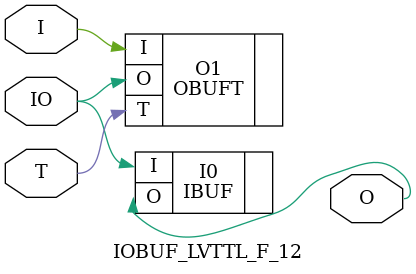
<source format=v>


`timescale  1 ps / 1 ps


module IOBUF_LVTTL_F_12 (O, IO, I, T);

    output O;

    inout  IO;

    input  I, T;

        OBUFT #(.IOSTANDARD("LVTTL"), .SLEW("FAST"), .DRIVE(12)) O1 (.O(IO), .I(I), .T(T)); 
	IBUF #(.IOSTANDARD("LVTTL"))  I0 (.O(O), .I(IO));
        

endmodule



</source>
